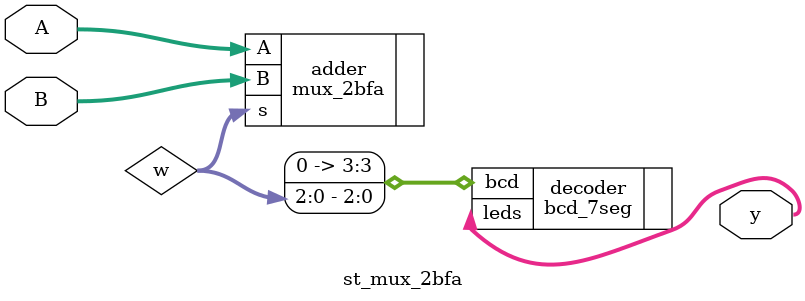
<source format=v>
module st_mux_2bfa(y, A, B);
    input[1:0] A, B;
    output[0:6] y;
    wire[2:0] w;

    mux_2bfa adder(
        .s({w[2], w[1], w[0]}),
        .A({A[1], A[0]}),
        .B({B[1], B[0]})
    );

    bcd_7seg decoder(
        .leds(y),
        .bcd({1'b0, w[2], w[1], w[0]}) 
    );

endmodule
</source>
